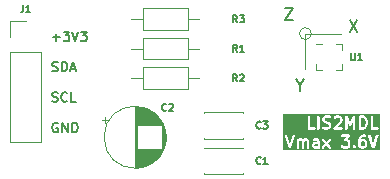
<source format=gbr>
%TF.GenerationSoftware,KiCad,Pcbnew,7.0.10*%
%TF.CreationDate,2024-05-09T00:22:21+08:00*%
%TF.ProjectId,pcb.rescue,7063622e-7265-4736-9375-652e6b696361,rev?*%
%TF.SameCoordinates,Original*%
%TF.FileFunction,Legend,Top*%
%TF.FilePolarity,Positive*%
%FSLAX46Y46*%
G04 Gerber Fmt 4.6, Leading zero omitted, Abs format (unit mm)*
G04 Created by KiCad (PCBNEW 7.0.10) date 2024-05-09 00:22:21*
%MOMM*%
%LPD*%
G01*
G04 APERTURE LIST*
%ADD10C,0.100000*%
%ADD11C,0.200000*%
%ADD12C,0.150000*%
%ADD13C,0.120000*%
G04 APERTURE END LIST*
D10*
X156680000Y-84227500D02*
X159680000Y-84227500D01*
X156680000Y-84227500D02*
X156680000Y-87227500D01*
X157180000Y-84227500D02*
G75*
G03*
X156180000Y-84227500I-500000J0D01*
G01*
X156180000Y-84227500D02*
G75*
G03*
X157180000Y-84227500I500000J0D01*
G01*
D11*
G36*
X157720802Y-93757796D02*
G01*
X157701957Y-93767219D01*
X157511076Y-93767219D01*
X157466766Y-93745064D01*
X157444612Y-93700754D01*
X157444612Y-93652730D01*
X157466767Y-93608420D01*
X157511076Y-93586266D01*
X157720802Y-93586266D01*
X157720802Y-93757796D01*
G37*
G36*
X161666328Y-93377976D02*
G01*
X161690997Y-93402644D01*
X161720802Y-93462254D01*
X161720802Y-93653135D01*
X161690997Y-93712743D01*
X161666328Y-93737413D01*
X161606719Y-93767219D01*
X161463457Y-93767219D01*
X161403847Y-93737414D01*
X161379180Y-93712746D01*
X161349374Y-93653134D01*
X161349374Y-93462254D01*
X161379179Y-93402644D01*
X161403847Y-93377975D01*
X161463457Y-93348171D01*
X161606719Y-93348171D01*
X161666328Y-93377976D01*
G37*
G36*
X161623925Y-91392240D02*
G01*
X161690998Y-91459313D01*
X161726450Y-91530218D01*
X161768421Y-91698099D01*
X161768421Y-91816337D01*
X161726450Y-91984218D01*
X161690997Y-92055124D01*
X161623926Y-92122197D01*
X161518861Y-92157219D01*
X161396993Y-92157219D01*
X161396993Y-91357219D01*
X161518861Y-91357219D01*
X161623925Y-91392240D01*
G37*
G36*
X163011378Y-94110076D02*
G01*
X154820703Y-94110076D01*
X154820703Y-92837040D01*
X154963560Y-92837040D01*
X154964030Y-92898842D01*
X155297363Y-93898841D01*
X155315273Y-93923104D01*
X155332840Y-93947672D01*
X155333594Y-93947923D01*
X155334068Y-93948565D01*
X155362833Y-93957670D01*
X155391472Y-93967217D01*
X155392232Y-93966976D01*
X155392990Y-93967216D01*
X155421568Y-93957689D01*
X155450394Y-93948565D01*
X155450867Y-93947923D01*
X155451622Y-93947672D01*
X155469176Y-93923120D01*
X155487099Y-93898842D01*
X155497640Y-93867219D01*
X155958898Y-93867219D01*
X155977996Y-93925998D01*
X156027996Y-93962325D01*
X156089800Y-93962325D01*
X156139800Y-93925998D01*
X156158898Y-93867219D01*
X156158898Y-93337211D01*
X156165752Y-93330356D01*
X156225362Y-93300552D01*
X156321005Y-93300552D01*
X156365314Y-93322707D01*
X156387469Y-93367016D01*
X156387469Y-93867219D01*
X156406567Y-93925998D01*
X156456567Y-93962325D01*
X156518371Y-93962325D01*
X156568371Y-93925998D01*
X156587469Y-93867219D01*
X156587469Y-93367016D01*
X156609624Y-93322706D01*
X156653933Y-93300552D01*
X156749576Y-93300552D01*
X156793886Y-93322706D01*
X156816041Y-93367016D01*
X156816041Y-93867219D01*
X156835139Y-93925998D01*
X156885139Y-93962325D01*
X156946943Y-93962325D01*
X156996943Y-93925998D01*
X157016041Y-93867219D01*
X157016041Y-93724361D01*
X157244612Y-93724361D01*
X157251735Y-93746284D01*
X157255169Y-93769082D01*
X157302788Y-93864321D01*
X157303346Y-93864887D01*
X157303477Y-93865674D01*
X157324962Y-93886835D01*
X157346156Y-93908354D01*
X157346943Y-93908484D01*
X157347510Y-93909043D01*
X157442747Y-93956662D01*
X157465545Y-93960095D01*
X157487469Y-93967219D01*
X157725564Y-93967219D01*
X157747487Y-93960095D01*
X157770285Y-93956662D01*
X157777286Y-93953161D01*
X157789900Y-93962325D01*
X157851704Y-93962325D01*
X157901704Y-93925998D01*
X157920802Y-93867219D01*
X157920802Y-93863455D01*
X158101825Y-93863455D01*
X158118698Y-93922911D01*
X158167295Y-93961095D01*
X158229055Y-93963421D01*
X158280387Y-93929001D01*
X158463659Y-93695744D01*
X158646932Y-93929001D01*
X158698264Y-93963421D01*
X158760024Y-93961095D01*
X158808621Y-93922911D01*
X158825494Y-93863455D01*
X158804196Y-93805437D01*
X158790199Y-93787622D01*
X159674414Y-93787622D01*
X159702473Y-93842690D01*
X159750091Y-93890310D01*
X159764534Y-93897669D01*
X159776082Y-93909043D01*
X159871319Y-93956662D01*
X159894117Y-93960095D01*
X159916041Y-93967219D01*
X160201755Y-93967219D01*
X160223678Y-93960095D01*
X160246476Y-93956662D01*
X160341714Y-93909043D01*
X160353262Y-93897668D01*
X160367704Y-93890310D01*
X160415323Y-93842690D01*
X160422680Y-93828249D01*
X160434055Y-93816701D01*
X160440427Y-93803958D01*
X160674414Y-93803958D01*
X160676892Y-93819602D01*
X160674415Y-93835243D01*
X160681604Y-93849353D01*
X160684083Y-93865000D01*
X160695283Y-93876199D01*
X160702473Y-93890311D01*
X160750092Y-93937929D01*
X160764203Y-93945119D01*
X160775404Y-93956320D01*
X160783373Y-93957582D01*
X160789901Y-93962325D01*
X160797970Y-93962325D01*
X160805159Y-93965988D01*
X160820802Y-93963510D01*
X160836446Y-93965988D01*
X160843635Y-93962325D01*
X160851705Y-93962325D01*
X160858233Y-93957582D01*
X160866202Y-93956320D01*
X160877401Y-93945120D01*
X160891514Y-93937930D01*
X160939132Y-93890311D01*
X160946321Y-93876200D01*
X160957523Y-93865000D01*
X160960000Y-93849354D01*
X160967191Y-93835244D01*
X160964713Y-93819600D01*
X160967191Y-93803958D01*
X160960000Y-93789846D01*
X160957523Y-93774201D01*
X160946322Y-93763000D01*
X160939133Y-93748890D01*
X160891514Y-93701270D01*
X160877401Y-93694079D01*
X160866201Y-93682879D01*
X160858233Y-93681617D01*
X160851705Y-93676874D01*
X160843636Y-93676874D01*
X160843377Y-93676742D01*
X161149374Y-93676742D01*
X161156497Y-93698665D01*
X161159931Y-93721463D01*
X161207550Y-93816701D01*
X161218923Y-93828248D01*
X161226282Y-93842690D01*
X161273900Y-93890310D01*
X161288343Y-93897669D01*
X161299891Y-93909043D01*
X161395128Y-93956662D01*
X161417926Y-93960095D01*
X161439850Y-93967219D01*
X161630326Y-93967219D01*
X161652249Y-93960095D01*
X161675047Y-93956662D01*
X161770285Y-93909043D01*
X161781833Y-93897668D01*
X161796275Y-93890310D01*
X161843894Y-93842690D01*
X161851251Y-93828249D01*
X161862626Y-93816701D01*
X161910245Y-93721464D01*
X161913678Y-93698665D01*
X161920802Y-93676742D01*
X161920802Y-93438647D01*
X161913678Y-93416723D01*
X161910245Y-93393925D01*
X161862626Y-93298688D01*
X161851251Y-93287139D01*
X161843893Y-93272698D01*
X161796275Y-93225079D01*
X161781832Y-93217720D01*
X161770285Y-93206347D01*
X161675047Y-93158728D01*
X161652249Y-93155294D01*
X161630326Y-93148171D01*
X161439850Y-93148171D01*
X161417926Y-93155294D01*
X161395128Y-93158728D01*
X161385515Y-93163534D01*
X161389806Y-93146372D01*
X161469942Y-93026167D01*
X161499085Y-92997023D01*
X161558695Y-92967219D01*
X161725564Y-92967219D01*
X161784343Y-92948121D01*
X161820670Y-92898121D01*
X161820670Y-92837040D01*
X162011179Y-92837040D01*
X162011649Y-92898842D01*
X162344982Y-93898841D01*
X162362892Y-93923104D01*
X162380459Y-93947672D01*
X162381213Y-93947923D01*
X162381687Y-93948565D01*
X162410452Y-93957670D01*
X162439091Y-93967217D01*
X162439851Y-93966976D01*
X162440609Y-93967216D01*
X162469187Y-93957689D01*
X162498013Y-93948565D01*
X162498486Y-93947923D01*
X162499241Y-93947672D01*
X162516795Y-93923120D01*
X162534718Y-93898842D01*
X162868051Y-92898842D01*
X162868521Y-92837040D01*
X162832574Y-92786766D01*
X162773942Y-92767222D01*
X162715020Y-92785873D01*
X162678315Y-92835597D01*
X162439850Y-93550991D01*
X162201385Y-92835596D01*
X162164680Y-92785873D01*
X162105758Y-92767221D01*
X162047126Y-92786766D01*
X162011179Y-92837040D01*
X161820670Y-92837040D01*
X161820670Y-92836317D01*
X161784343Y-92786317D01*
X161725564Y-92767219D01*
X161535088Y-92767219D01*
X161513164Y-92774342D01*
X161490366Y-92777776D01*
X161395129Y-92825395D01*
X161383580Y-92836769D01*
X161369139Y-92844128D01*
X161321520Y-92891746D01*
X161316940Y-92900734D01*
X161309026Y-92906987D01*
X161213788Y-93049844D01*
X161209124Y-93066444D01*
X161199979Y-93081061D01*
X161152360Y-93271536D01*
X161153220Y-93283952D01*
X161149374Y-93295790D01*
X161149374Y-93676742D01*
X160843377Y-93676742D01*
X160836447Y-93673211D01*
X160820802Y-93675688D01*
X160805159Y-93673211D01*
X160797970Y-93676874D01*
X160789901Y-93676874D01*
X160783374Y-93681615D01*
X160775405Y-93682878D01*
X160764203Y-93694079D01*
X160750091Y-93701270D01*
X160702473Y-93748890D01*
X160695282Y-93763001D01*
X160684083Y-93774201D01*
X160681605Y-93789844D01*
X160674414Y-93803958D01*
X160440427Y-93803958D01*
X160481674Y-93721464D01*
X160485107Y-93698665D01*
X160492231Y-93676742D01*
X160492231Y-93438647D01*
X160485107Y-93416723D01*
X160481674Y-93393925D01*
X160434055Y-93298688D01*
X160422680Y-93287139D01*
X160415322Y-93272698D01*
X160367704Y-93225079D01*
X160353261Y-93217720D01*
X160341714Y-93206347D01*
X160262866Y-93166923D01*
X160467489Y-92933069D01*
X160475450Y-92914481D01*
X160487337Y-92898121D01*
X160487337Y-92886729D01*
X160491822Y-92876258D01*
X160487337Y-92856538D01*
X160487337Y-92836317D01*
X160480641Y-92827101D01*
X160478115Y-92815993D01*
X160462895Y-92802675D01*
X160451010Y-92786317D01*
X160440176Y-92782797D01*
X160431603Y-92775295D01*
X160411460Y-92773467D01*
X160392231Y-92767219D01*
X159773184Y-92767219D01*
X159714405Y-92786317D01*
X159678078Y-92836317D01*
X159678078Y-92898121D01*
X159714405Y-92948121D01*
X159773184Y-92967219D01*
X160171854Y-92967219D01*
X159983640Y-93182321D01*
X159975678Y-93200908D01*
X159963792Y-93217269D01*
X159963792Y-93228660D01*
X159959307Y-93239132D01*
X159963792Y-93258850D01*
X159963792Y-93279073D01*
X159970487Y-93288288D01*
X159973014Y-93299396D01*
X159988232Y-93312712D01*
X160000119Y-93329073D01*
X160010952Y-93332592D01*
X160019526Y-93340095D01*
X160039668Y-93341922D01*
X160058898Y-93348171D01*
X160178148Y-93348171D01*
X160237757Y-93377976D01*
X160262426Y-93402644D01*
X160292231Y-93462254D01*
X160292231Y-93653135D01*
X160262426Y-93712743D01*
X160237757Y-93737413D01*
X160178148Y-93767219D01*
X159939648Y-93767219D01*
X159880038Y-93737414D01*
X159843895Y-93701270D01*
X159788828Y-93673211D01*
X159727786Y-93682878D01*
X159684083Y-93726580D01*
X159674414Y-93787622D01*
X158790199Y-93787622D01*
X158590834Y-93533885D01*
X158804196Y-93262334D01*
X158825494Y-93204316D01*
X158808621Y-93144860D01*
X158760024Y-93106676D01*
X158698264Y-93104350D01*
X158646932Y-93138770D01*
X158463659Y-93372026D01*
X158280387Y-93138770D01*
X158229055Y-93104350D01*
X158167295Y-93106676D01*
X158118698Y-93144860D01*
X158101825Y-93204316D01*
X158123123Y-93262334D01*
X158336484Y-93533885D01*
X158123123Y-93805437D01*
X158101825Y-93863455D01*
X157920802Y-93863455D01*
X157920802Y-93343409D01*
X157913678Y-93321485D01*
X157910245Y-93298687D01*
X157862626Y-93203450D01*
X157862067Y-93202883D01*
X157861937Y-93202097D01*
X157840434Y-93180919D01*
X157819257Y-93159417D01*
X157818470Y-93159286D01*
X157817904Y-93158728D01*
X157722666Y-93111109D01*
X157699868Y-93107675D01*
X157677945Y-93100552D01*
X157487469Y-93100552D01*
X157465545Y-93107675D01*
X157442747Y-93111109D01*
X157347510Y-93158728D01*
X157303477Y-93202097D01*
X157293346Y-93263064D01*
X157320985Y-93318343D01*
X157375838Y-93346819D01*
X157436952Y-93337614D01*
X157511076Y-93300552D01*
X157654338Y-93300552D01*
X157698647Y-93322707D01*
X157720802Y-93367016D01*
X157720802Y-93376843D01*
X157701957Y-93386266D01*
X157487469Y-93386266D01*
X157465545Y-93393389D01*
X157442747Y-93396823D01*
X157347510Y-93444442D01*
X157346943Y-93445000D01*
X157346157Y-93445131D01*
X157324979Y-93466633D01*
X157303477Y-93487811D01*
X157303346Y-93488597D01*
X157302788Y-93489164D01*
X157255169Y-93584402D01*
X157251735Y-93607199D01*
X157244612Y-93629123D01*
X157244612Y-93724361D01*
X157016041Y-93724361D01*
X157016041Y-93343409D01*
X157008917Y-93321485D01*
X157005484Y-93298687D01*
X156957865Y-93203450D01*
X156957306Y-93202883D01*
X156957176Y-93202096D01*
X156935657Y-93180902D01*
X156914496Y-93159417D01*
X156913709Y-93159286D01*
X156913143Y-93158728D01*
X156817904Y-93111109D01*
X156795106Y-93107675D01*
X156773183Y-93100552D01*
X156630326Y-93100552D01*
X156608402Y-93107675D01*
X156585604Y-93111109D01*
X156490367Y-93158728D01*
X156489800Y-93159286D01*
X156489014Y-93159417D01*
X156487469Y-93160985D01*
X156485924Y-93159417D01*
X156485137Y-93159286D01*
X156484571Y-93158728D01*
X156389333Y-93111109D01*
X156366535Y-93107675D01*
X156344612Y-93100552D01*
X156201755Y-93100552D01*
X156179831Y-93107675D01*
X156157033Y-93111109D01*
X156121824Y-93128713D01*
X156089800Y-93105446D01*
X156027996Y-93105446D01*
X155977996Y-93141773D01*
X155958898Y-93200552D01*
X155958898Y-93867219D01*
X155497640Y-93867219D01*
X155820432Y-92898842D01*
X155820902Y-92837040D01*
X155784955Y-92786766D01*
X155726323Y-92767222D01*
X155667401Y-92785873D01*
X155630696Y-92835597D01*
X155392231Y-93550991D01*
X155153766Y-92835596D01*
X155117061Y-92785873D01*
X155058139Y-92767221D01*
X154999507Y-92786766D01*
X154963560Y-92837040D01*
X154820703Y-92837040D01*
X154820703Y-92257219D01*
X156863660Y-92257219D01*
X156868554Y-92272281D01*
X156868554Y-92288121D01*
X156877863Y-92300934D01*
X156882758Y-92315998D01*
X156895571Y-92325307D01*
X156904881Y-92338121D01*
X156919944Y-92343015D01*
X156932758Y-92352325D01*
X156948597Y-92352325D01*
X156963660Y-92357219D01*
X157439850Y-92357219D01*
X157498629Y-92338121D01*
X157534956Y-92288121D01*
X157534956Y-92257219D01*
X157673184Y-92257219D01*
X157692282Y-92315998D01*
X157742282Y-92352325D01*
X157804086Y-92352325D01*
X157854086Y-92315998D01*
X157873184Y-92257219D01*
X157873184Y-91542933D01*
X158101755Y-91542933D01*
X158108878Y-91564856D01*
X158112312Y-91587654D01*
X158159931Y-91682892D01*
X158171304Y-91694439D01*
X158178663Y-91708882D01*
X158226282Y-91756500D01*
X158240723Y-91763858D01*
X158252272Y-91775233D01*
X158347509Y-91822852D01*
X158358530Y-91824512D01*
X158367977Y-91830423D01*
X158547802Y-91875379D01*
X158618709Y-91910833D01*
X158643378Y-91935501D01*
X158673183Y-91995111D01*
X158673183Y-92043135D01*
X158643378Y-92102743D01*
X158618709Y-92127413D01*
X158559100Y-92157219D01*
X158360838Y-92157219D01*
X158233378Y-92114732D01*
X158171576Y-92114262D01*
X158121302Y-92150209D01*
X158101757Y-92208841D01*
X158120409Y-92267763D01*
X158170132Y-92304468D01*
X158312989Y-92352087D01*
X158329196Y-92352210D01*
X158344612Y-92357219D01*
X158582707Y-92357219D01*
X158604630Y-92350095D01*
X158627428Y-92346662D01*
X158722666Y-92299043D01*
X158734214Y-92287668D01*
X158748656Y-92280310D01*
X158787389Y-92241576D01*
X159007748Y-92241576D01*
X159011411Y-92264703D01*
X159011411Y-92288121D01*
X159016153Y-92294648D01*
X159017416Y-92302618D01*
X159033972Y-92319174D01*
X159047738Y-92338121D01*
X159055412Y-92340614D01*
X159061118Y-92346320D01*
X159084247Y-92349983D01*
X159106517Y-92357219D01*
X159725564Y-92357219D01*
X159784343Y-92338121D01*
X159820670Y-92288121D01*
X159820670Y-92257219D01*
X160054136Y-92257219D01*
X160073234Y-92315998D01*
X160123234Y-92352325D01*
X160185038Y-92352325D01*
X160235038Y-92315998D01*
X160254136Y-92257219D01*
X160254136Y-91707975D01*
X160396851Y-92013793D01*
X160409945Y-92027826D01*
X160419247Y-92044619D01*
X160430523Y-92049881D01*
X160439014Y-92058981D01*
X160457861Y-92062638D01*
X160475253Y-92070755D01*
X160487466Y-92068384D01*
X160499685Y-92070756D01*
X160517081Y-92062637D01*
X160535924Y-92058981D01*
X160544412Y-92049883D01*
X160555691Y-92044620D01*
X160564994Y-92027825D01*
X160578087Y-92013793D01*
X160720802Y-91707974D01*
X160720802Y-92257219D01*
X160739900Y-92315998D01*
X160789900Y-92352325D01*
X160851704Y-92352325D01*
X160901704Y-92315998D01*
X160920802Y-92257219D01*
X161196993Y-92257219D01*
X161201887Y-92272281D01*
X161201887Y-92288121D01*
X161211196Y-92300934D01*
X161216091Y-92315998D01*
X161228904Y-92325307D01*
X161238214Y-92338121D01*
X161253277Y-92343015D01*
X161266091Y-92352325D01*
X161281930Y-92352325D01*
X161296993Y-92357219D01*
X161535088Y-92357219D01*
X161550503Y-92352210D01*
X161566711Y-92352087D01*
X161709567Y-92304468D01*
X161728114Y-92290776D01*
X161748656Y-92280310D01*
X161771747Y-92257219D01*
X162196993Y-92257219D01*
X162201887Y-92272281D01*
X162201887Y-92288121D01*
X162211196Y-92300934D01*
X162216091Y-92315998D01*
X162228904Y-92325307D01*
X162238214Y-92338121D01*
X162253277Y-92343015D01*
X162266091Y-92352325D01*
X162281930Y-92352325D01*
X162296993Y-92357219D01*
X162773183Y-92357219D01*
X162831962Y-92338121D01*
X162868289Y-92288121D01*
X162868289Y-92226317D01*
X162831962Y-92176317D01*
X162773183Y-92157219D01*
X162396993Y-92157219D01*
X162396993Y-91257219D01*
X162377895Y-91198440D01*
X162327895Y-91162113D01*
X162266091Y-91162113D01*
X162216091Y-91198440D01*
X162196993Y-91257219D01*
X162196993Y-92257219D01*
X161771747Y-92257219D01*
X161843894Y-92185071D01*
X161851252Y-92170629D01*
X161862626Y-92159082D01*
X161910245Y-92063845D01*
X161911905Y-92052823D01*
X161917816Y-92043377D01*
X161965435Y-91852901D01*
X161964574Y-91840484D01*
X161968421Y-91828647D01*
X161968421Y-91685790D01*
X161964574Y-91673952D01*
X161965435Y-91661536D01*
X161917816Y-91471060D01*
X161911905Y-91461613D01*
X161910245Y-91450592D01*
X161862626Y-91355355D01*
X161851252Y-91343807D01*
X161843894Y-91329365D01*
X161748656Y-91234127D01*
X161728112Y-91223659D01*
X161709567Y-91209970D01*
X161566711Y-91162351D01*
X161550503Y-91162227D01*
X161535088Y-91157219D01*
X161296993Y-91157219D01*
X161281930Y-91162113D01*
X161266091Y-91162113D01*
X161253277Y-91171422D01*
X161238214Y-91176317D01*
X161228904Y-91189130D01*
X161216091Y-91198440D01*
X161211196Y-91213503D01*
X161201887Y-91226317D01*
X161201887Y-91242156D01*
X161196993Y-91257219D01*
X161196993Y-92257219D01*
X160920802Y-92257219D01*
X160920802Y-91257219D01*
X160917773Y-91247896D01*
X160918971Y-91238166D01*
X160908426Y-91219129D01*
X160901704Y-91198440D01*
X160893774Y-91192678D01*
X160889024Y-91184103D01*
X160869305Y-91174900D01*
X160851704Y-91162113D01*
X160841902Y-91162113D01*
X160833018Y-91157967D01*
X160811656Y-91162113D01*
X160789900Y-91162113D01*
X160781970Y-91167874D01*
X160772347Y-91169742D01*
X160757503Y-91185650D01*
X160739900Y-91198440D01*
X160736870Y-91207763D01*
X160730184Y-91214930D01*
X160487468Y-91735033D01*
X160244754Y-91214930D01*
X160238067Y-91207763D01*
X160235038Y-91198440D01*
X160217434Y-91185650D01*
X160202591Y-91169742D01*
X160192968Y-91167874D01*
X160185038Y-91162113D01*
X160163279Y-91162113D01*
X160141920Y-91157968D01*
X160133038Y-91162113D01*
X160123234Y-91162113D01*
X160105629Y-91174903D01*
X160085914Y-91184104D01*
X160081164Y-91192678D01*
X160073234Y-91198440D01*
X160066510Y-91219132D01*
X160055967Y-91238167D01*
X160057164Y-91247897D01*
X160054136Y-91257219D01*
X160054136Y-92257219D01*
X159820670Y-92257219D01*
X159820670Y-92226317D01*
X159784343Y-92176317D01*
X159725564Y-92157219D01*
X159347939Y-92157219D01*
X159748656Y-91756501D01*
X159759122Y-91735959D01*
X159772813Y-91717413D01*
X159820432Y-91574556D01*
X159820555Y-91558348D01*
X159825564Y-91542933D01*
X159825564Y-91447695D01*
X159818440Y-91425771D01*
X159815007Y-91402973D01*
X159767388Y-91307736D01*
X159756013Y-91296187D01*
X159748655Y-91281746D01*
X159701037Y-91234127D01*
X159686594Y-91226768D01*
X159675047Y-91215395D01*
X159579809Y-91167776D01*
X159557011Y-91164342D01*
X159535088Y-91157219D01*
X159296993Y-91157219D01*
X159275069Y-91164342D01*
X159252271Y-91167776D01*
X159157034Y-91215395D01*
X159145485Y-91226769D01*
X159131044Y-91234128D01*
X159083425Y-91281746D01*
X159055367Y-91336814D01*
X159065035Y-91397856D01*
X159108737Y-91441558D01*
X159169779Y-91451226D01*
X159224847Y-91423168D01*
X159260990Y-91387023D01*
X159320600Y-91357219D01*
X159511481Y-91357219D01*
X159571090Y-91387024D01*
X159595759Y-91411692D01*
X159625564Y-91471302D01*
X159625564Y-91526706D01*
X159590542Y-91631770D01*
X159035806Y-92186508D01*
X159025175Y-92207371D01*
X159011411Y-92226317D01*
X159011411Y-92234386D01*
X159007748Y-92241576D01*
X158787389Y-92241576D01*
X158796275Y-92232690D01*
X158803632Y-92218249D01*
X158815007Y-92206701D01*
X158862626Y-92111464D01*
X158866059Y-92088665D01*
X158873183Y-92066742D01*
X158873183Y-91971504D01*
X158866059Y-91949580D01*
X158862626Y-91926782D01*
X158815007Y-91831545D01*
X158803632Y-91819996D01*
X158796274Y-91805555D01*
X158748656Y-91757936D01*
X158734213Y-91750577D01*
X158722666Y-91739204D01*
X158627428Y-91691585D01*
X158616406Y-91689924D01*
X158606960Y-91684014D01*
X158427135Y-91639057D01*
X158356228Y-91603604D01*
X158331560Y-91578935D01*
X158301755Y-91519325D01*
X158301755Y-91471302D01*
X158331560Y-91411692D01*
X158356228Y-91387023D01*
X158415838Y-91357219D01*
X158614099Y-91357219D01*
X158741560Y-91399706D01*
X158803362Y-91400176D01*
X158853636Y-91364229D01*
X158873180Y-91305597D01*
X158854529Y-91246675D01*
X158804805Y-91209970D01*
X158661949Y-91162351D01*
X158645741Y-91162227D01*
X158630326Y-91157219D01*
X158392231Y-91157219D01*
X158370307Y-91164342D01*
X158347509Y-91167776D01*
X158252272Y-91215395D01*
X158240723Y-91226769D01*
X158226282Y-91234128D01*
X158178663Y-91281746D01*
X158171304Y-91296188D01*
X158159931Y-91307736D01*
X158112312Y-91402974D01*
X158108878Y-91425771D01*
X158101755Y-91447695D01*
X158101755Y-91542933D01*
X157873184Y-91542933D01*
X157873184Y-91257219D01*
X157854086Y-91198440D01*
X157804086Y-91162113D01*
X157742282Y-91162113D01*
X157692282Y-91198440D01*
X157673184Y-91257219D01*
X157673184Y-92257219D01*
X157534956Y-92257219D01*
X157534956Y-92226317D01*
X157498629Y-92176317D01*
X157439850Y-92157219D01*
X157063660Y-92157219D01*
X157063660Y-91257219D01*
X157044562Y-91198440D01*
X156994562Y-91162113D01*
X156932758Y-91162113D01*
X156882758Y-91198440D01*
X156863660Y-91257219D01*
X156863660Y-92257219D01*
X154820703Y-92257219D01*
X154820703Y-91014362D01*
X163011378Y-91014362D01*
X163011378Y-94110076D01*
G37*
D12*
X135289160Y-84551533D02*
X135898684Y-84551533D01*
X135593922Y-84856295D02*
X135593922Y-84246771D01*
X136203445Y-84056295D02*
X136698683Y-84056295D01*
X136698683Y-84056295D02*
X136432017Y-84361057D01*
X136432017Y-84361057D02*
X136546302Y-84361057D01*
X136546302Y-84361057D02*
X136622493Y-84399152D01*
X136622493Y-84399152D02*
X136660588Y-84437247D01*
X136660588Y-84437247D02*
X136698683Y-84513438D01*
X136698683Y-84513438D02*
X136698683Y-84703914D01*
X136698683Y-84703914D02*
X136660588Y-84780104D01*
X136660588Y-84780104D02*
X136622493Y-84818200D01*
X136622493Y-84818200D02*
X136546302Y-84856295D01*
X136546302Y-84856295D02*
X136317731Y-84856295D01*
X136317731Y-84856295D02*
X136241540Y-84818200D01*
X136241540Y-84818200D02*
X136203445Y-84780104D01*
X136927255Y-84056295D02*
X137193922Y-84856295D01*
X137193922Y-84856295D02*
X137460588Y-84056295D01*
X137651064Y-84056295D02*
X138146302Y-84056295D01*
X138146302Y-84056295D02*
X137879636Y-84361057D01*
X137879636Y-84361057D02*
X137993921Y-84361057D01*
X137993921Y-84361057D02*
X138070112Y-84399152D01*
X138070112Y-84399152D02*
X138108207Y-84437247D01*
X138108207Y-84437247D02*
X138146302Y-84513438D01*
X138146302Y-84513438D02*
X138146302Y-84703914D01*
X138146302Y-84703914D02*
X138108207Y-84780104D01*
X138108207Y-84780104D02*
X138070112Y-84818200D01*
X138070112Y-84818200D02*
X137993921Y-84856295D01*
X137993921Y-84856295D02*
X137765350Y-84856295D01*
X137765350Y-84856295D02*
X137689159Y-84818200D01*
X137689159Y-84818200D02*
X137651064Y-84780104D01*
X135251064Y-87394200D02*
X135365350Y-87432295D01*
X135365350Y-87432295D02*
X135555826Y-87432295D01*
X135555826Y-87432295D02*
X135632017Y-87394200D01*
X135632017Y-87394200D02*
X135670112Y-87356104D01*
X135670112Y-87356104D02*
X135708207Y-87279914D01*
X135708207Y-87279914D02*
X135708207Y-87203723D01*
X135708207Y-87203723D02*
X135670112Y-87127533D01*
X135670112Y-87127533D02*
X135632017Y-87089438D01*
X135632017Y-87089438D02*
X135555826Y-87051342D01*
X135555826Y-87051342D02*
X135403445Y-87013247D01*
X135403445Y-87013247D02*
X135327255Y-86975152D01*
X135327255Y-86975152D02*
X135289160Y-86937057D01*
X135289160Y-86937057D02*
X135251064Y-86860866D01*
X135251064Y-86860866D02*
X135251064Y-86784676D01*
X135251064Y-86784676D02*
X135289160Y-86708485D01*
X135289160Y-86708485D02*
X135327255Y-86670390D01*
X135327255Y-86670390D02*
X135403445Y-86632295D01*
X135403445Y-86632295D02*
X135593922Y-86632295D01*
X135593922Y-86632295D02*
X135708207Y-86670390D01*
X136051065Y-87432295D02*
X136051065Y-86632295D01*
X136051065Y-86632295D02*
X136241541Y-86632295D01*
X136241541Y-86632295D02*
X136355827Y-86670390D01*
X136355827Y-86670390D02*
X136432017Y-86746580D01*
X136432017Y-86746580D02*
X136470112Y-86822771D01*
X136470112Y-86822771D02*
X136508208Y-86975152D01*
X136508208Y-86975152D02*
X136508208Y-87089438D01*
X136508208Y-87089438D02*
X136470112Y-87241819D01*
X136470112Y-87241819D02*
X136432017Y-87318009D01*
X136432017Y-87318009D02*
X136355827Y-87394200D01*
X136355827Y-87394200D02*
X136241541Y-87432295D01*
X136241541Y-87432295D02*
X136051065Y-87432295D01*
X136812969Y-87203723D02*
X137193922Y-87203723D01*
X136736779Y-87432295D02*
X137003446Y-86632295D01*
X137003446Y-86632295D02*
X137270112Y-87432295D01*
X135251064Y-89970200D02*
X135365350Y-90008295D01*
X135365350Y-90008295D02*
X135555826Y-90008295D01*
X135555826Y-90008295D02*
X135632017Y-89970200D01*
X135632017Y-89970200D02*
X135670112Y-89932104D01*
X135670112Y-89932104D02*
X135708207Y-89855914D01*
X135708207Y-89855914D02*
X135708207Y-89779723D01*
X135708207Y-89779723D02*
X135670112Y-89703533D01*
X135670112Y-89703533D02*
X135632017Y-89665438D01*
X135632017Y-89665438D02*
X135555826Y-89627342D01*
X135555826Y-89627342D02*
X135403445Y-89589247D01*
X135403445Y-89589247D02*
X135327255Y-89551152D01*
X135327255Y-89551152D02*
X135289160Y-89513057D01*
X135289160Y-89513057D02*
X135251064Y-89436866D01*
X135251064Y-89436866D02*
X135251064Y-89360676D01*
X135251064Y-89360676D02*
X135289160Y-89284485D01*
X135289160Y-89284485D02*
X135327255Y-89246390D01*
X135327255Y-89246390D02*
X135403445Y-89208295D01*
X135403445Y-89208295D02*
X135593922Y-89208295D01*
X135593922Y-89208295D02*
X135708207Y-89246390D01*
X136508208Y-89932104D02*
X136470112Y-89970200D01*
X136470112Y-89970200D02*
X136355827Y-90008295D01*
X136355827Y-90008295D02*
X136279636Y-90008295D01*
X136279636Y-90008295D02*
X136165350Y-89970200D01*
X136165350Y-89970200D02*
X136089160Y-89894009D01*
X136089160Y-89894009D02*
X136051065Y-89817819D01*
X136051065Y-89817819D02*
X136012969Y-89665438D01*
X136012969Y-89665438D02*
X136012969Y-89551152D01*
X136012969Y-89551152D02*
X136051065Y-89398771D01*
X136051065Y-89398771D02*
X136089160Y-89322580D01*
X136089160Y-89322580D02*
X136165350Y-89246390D01*
X136165350Y-89246390D02*
X136279636Y-89208295D01*
X136279636Y-89208295D02*
X136355827Y-89208295D01*
X136355827Y-89208295D02*
X136470112Y-89246390D01*
X136470112Y-89246390D02*
X136508208Y-89284485D01*
X137232017Y-90008295D02*
X136851065Y-90008295D01*
X136851065Y-90008295D02*
X136851065Y-89208295D01*
X135708207Y-91822390D02*
X135632017Y-91784295D01*
X135632017Y-91784295D02*
X135517731Y-91784295D01*
X135517731Y-91784295D02*
X135403445Y-91822390D01*
X135403445Y-91822390D02*
X135327255Y-91898580D01*
X135327255Y-91898580D02*
X135289160Y-91974771D01*
X135289160Y-91974771D02*
X135251064Y-92127152D01*
X135251064Y-92127152D02*
X135251064Y-92241438D01*
X135251064Y-92241438D02*
X135289160Y-92393819D01*
X135289160Y-92393819D02*
X135327255Y-92470009D01*
X135327255Y-92470009D02*
X135403445Y-92546200D01*
X135403445Y-92546200D02*
X135517731Y-92584295D01*
X135517731Y-92584295D02*
X135593922Y-92584295D01*
X135593922Y-92584295D02*
X135708207Y-92546200D01*
X135708207Y-92546200D02*
X135746303Y-92508104D01*
X135746303Y-92508104D02*
X135746303Y-92241438D01*
X135746303Y-92241438D02*
X135593922Y-92241438D01*
X136089160Y-92584295D02*
X136089160Y-91784295D01*
X136089160Y-91784295D02*
X136546303Y-92584295D01*
X136546303Y-92584295D02*
X136546303Y-91784295D01*
X136927255Y-92584295D02*
X136927255Y-91784295D01*
X136927255Y-91784295D02*
X137117731Y-91784295D01*
X137117731Y-91784295D02*
X137232017Y-91822390D01*
X137232017Y-91822390D02*
X137308207Y-91898580D01*
X137308207Y-91898580D02*
X137346302Y-91974771D01*
X137346302Y-91974771D02*
X137384398Y-92127152D01*
X137384398Y-92127152D02*
X137384398Y-92241438D01*
X137384398Y-92241438D02*
X137346302Y-92393819D01*
X137346302Y-92393819D02*
X137308207Y-92470009D01*
X137308207Y-92470009D02*
X137232017Y-92546200D01*
X137232017Y-92546200D02*
X137117731Y-92584295D01*
X137117731Y-92584295D02*
X136927255Y-92584295D01*
X160421541Y-83097319D02*
X161088207Y-84097319D01*
X161088207Y-83097319D02*
X160421541Y-84097319D01*
X156207255Y-88621128D02*
X156207255Y-89097319D01*
X155873922Y-88097319D02*
X156207255Y-88621128D01*
X156207255Y-88621128D02*
X156540588Y-88097319D01*
X154921541Y-82097319D02*
X155588207Y-82097319D01*
X155588207Y-82097319D02*
X154921541Y-83097319D01*
X154921541Y-83097319D02*
X155588207Y-83097319D01*
X150900000Y-83269771D02*
X150700000Y-82984057D01*
X150557143Y-83269771D02*
X150557143Y-82669771D01*
X150557143Y-82669771D02*
X150785714Y-82669771D01*
X150785714Y-82669771D02*
X150842857Y-82698342D01*
X150842857Y-82698342D02*
X150871428Y-82726914D01*
X150871428Y-82726914D02*
X150900000Y-82784057D01*
X150900000Y-82784057D02*
X150900000Y-82869771D01*
X150900000Y-82869771D02*
X150871428Y-82926914D01*
X150871428Y-82926914D02*
X150842857Y-82955485D01*
X150842857Y-82955485D02*
X150785714Y-82984057D01*
X150785714Y-82984057D02*
X150557143Y-82984057D01*
X151100000Y-82669771D02*
X151471428Y-82669771D01*
X151471428Y-82669771D02*
X151271428Y-82898342D01*
X151271428Y-82898342D02*
X151357143Y-82898342D01*
X151357143Y-82898342D02*
X151414286Y-82926914D01*
X151414286Y-82926914D02*
X151442857Y-82955485D01*
X151442857Y-82955485D02*
X151471428Y-83012628D01*
X151471428Y-83012628D02*
X151471428Y-83155485D01*
X151471428Y-83155485D02*
X151442857Y-83212628D01*
X151442857Y-83212628D02*
X151414286Y-83241200D01*
X151414286Y-83241200D02*
X151357143Y-83269771D01*
X151357143Y-83269771D02*
X151185714Y-83269771D01*
X151185714Y-83269771D02*
X151128571Y-83241200D01*
X151128571Y-83241200D02*
X151100000Y-83212628D01*
X152900000Y-95212628D02*
X152871428Y-95241200D01*
X152871428Y-95241200D02*
X152785714Y-95269771D01*
X152785714Y-95269771D02*
X152728571Y-95269771D01*
X152728571Y-95269771D02*
X152642857Y-95241200D01*
X152642857Y-95241200D02*
X152585714Y-95184057D01*
X152585714Y-95184057D02*
X152557143Y-95126914D01*
X152557143Y-95126914D02*
X152528571Y-95012628D01*
X152528571Y-95012628D02*
X152528571Y-94926914D01*
X152528571Y-94926914D02*
X152557143Y-94812628D01*
X152557143Y-94812628D02*
X152585714Y-94755485D01*
X152585714Y-94755485D02*
X152642857Y-94698342D01*
X152642857Y-94698342D02*
X152728571Y-94669771D01*
X152728571Y-94669771D02*
X152785714Y-94669771D01*
X152785714Y-94669771D02*
X152871428Y-94698342D01*
X152871428Y-94698342D02*
X152900000Y-94726914D01*
X153471428Y-95269771D02*
X153128571Y-95269771D01*
X153300000Y-95269771D02*
X153300000Y-94669771D01*
X153300000Y-94669771D02*
X153242857Y-94755485D01*
X153242857Y-94755485D02*
X153185714Y-94812628D01*
X153185714Y-94812628D02*
X153128571Y-94841200D01*
X150900000Y-88269771D02*
X150700000Y-87984057D01*
X150557143Y-88269771D02*
X150557143Y-87669771D01*
X150557143Y-87669771D02*
X150785714Y-87669771D01*
X150785714Y-87669771D02*
X150842857Y-87698342D01*
X150842857Y-87698342D02*
X150871428Y-87726914D01*
X150871428Y-87726914D02*
X150900000Y-87784057D01*
X150900000Y-87784057D02*
X150900000Y-87869771D01*
X150900000Y-87869771D02*
X150871428Y-87926914D01*
X150871428Y-87926914D02*
X150842857Y-87955485D01*
X150842857Y-87955485D02*
X150785714Y-87984057D01*
X150785714Y-87984057D02*
X150557143Y-87984057D01*
X151128571Y-87726914D02*
X151157143Y-87698342D01*
X151157143Y-87698342D02*
X151214286Y-87669771D01*
X151214286Y-87669771D02*
X151357143Y-87669771D01*
X151357143Y-87669771D02*
X151414286Y-87698342D01*
X151414286Y-87698342D02*
X151442857Y-87726914D01*
X151442857Y-87726914D02*
X151471428Y-87784057D01*
X151471428Y-87784057D02*
X151471428Y-87841200D01*
X151471428Y-87841200D02*
X151442857Y-87926914D01*
X151442857Y-87926914D02*
X151100000Y-88269771D01*
X151100000Y-88269771D02*
X151471428Y-88269771D01*
X152900000Y-92212628D02*
X152871428Y-92241200D01*
X152871428Y-92241200D02*
X152785714Y-92269771D01*
X152785714Y-92269771D02*
X152728571Y-92269771D01*
X152728571Y-92269771D02*
X152642857Y-92241200D01*
X152642857Y-92241200D02*
X152585714Y-92184057D01*
X152585714Y-92184057D02*
X152557143Y-92126914D01*
X152557143Y-92126914D02*
X152528571Y-92012628D01*
X152528571Y-92012628D02*
X152528571Y-91926914D01*
X152528571Y-91926914D02*
X152557143Y-91812628D01*
X152557143Y-91812628D02*
X152585714Y-91755485D01*
X152585714Y-91755485D02*
X152642857Y-91698342D01*
X152642857Y-91698342D02*
X152728571Y-91669771D01*
X152728571Y-91669771D02*
X152785714Y-91669771D01*
X152785714Y-91669771D02*
X152871428Y-91698342D01*
X152871428Y-91698342D02*
X152900000Y-91726914D01*
X153100000Y-91669771D02*
X153471428Y-91669771D01*
X153471428Y-91669771D02*
X153271428Y-91898342D01*
X153271428Y-91898342D02*
X153357143Y-91898342D01*
X153357143Y-91898342D02*
X153414286Y-91926914D01*
X153414286Y-91926914D02*
X153442857Y-91955485D01*
X153442857Y-91955485D02*
X153471428Y-92012628D01*
X153471428Y-92012628D02*
X153471428Y-92155485D01*
X153471428Y-92155485D02*
X153442857Y-92212628D01*
X153442857Y-92212628D02*
X153414286Y-92241200D01*
X153414286Y-92241200D02*
X153357143Y-92269771D01*
X153357143Y-92269771D02*
X153185714Y-92269771D01*
X153185714Y-92269771D02*
X153128571Y-92241200D01*
X153128571Y-92241200D02*
X153100000Y-92212628D01*
X160542857Y-85897271D02*
X160542857Y-86382985D01*
X160542857Y-86382985D02*
X160571428Y-86440128D01*
X160571428Y-86440128D02*
X160600000Y-86468700D01*
X160600000Y-86468700D02*
X160657142Y-86497271D01*
X160657142Y-86497271D02*
X160771428Y-86497271D01*
X160771428Y-86497271D02*
X160828571Y-86468700D01*
X160828571Y-86468700D02*
X160857142Y-86440128D01*
X160857142Y-86440128D02*
X160885714Y-86382985D01*
X160885714Y-86382985D02*
X160885714Y-85897271D01*
X161485713Y-86497271D02*
X161142856Y-86497271D01*
X161314285Y-86497271D02*
X161314285Y-85897271D01*
X161314285Y-85897271D02*
X161257142Y-85982985D01*
X161257142Y-85982985D02*
X161199999Y-86040128D01*
X161199999Y-86040128D02*
X161142856Y-86068700D01*
X144900000Y-90712628D02*
X144871428Y-90741200D01*
X144871428Y-90741200D02*
X144785714Y-90769771D01*
X144785714Y-90769771D02*
X144728571Y-90769771D01*
X144728571Y-90769771D02*
X144642857Y-90741200D01*
X144642857Y-90741200D02*
X144585714Y-90684057D01*
X144585714Y-90684057D02*
X144557143Y-90626914D01*
X144557143Y-90626914D02*
X144528571Y-90512628D01*
X144528571Y-90512628D02*
X144528571Y-90426914D01*
X144528571Y-90426914D02*
X144557143Y-90312628D01*
X144557143Y-90312628D02*
X144585714Y-90255485D01*
X144585714Y-90255485D02*
X144642857Y-90198342D01*
X144642857Y-90198342D02*
X144728571Y-90169771D01*
X144728571Y-90169771D02*
X144785714Y-90169771D01*
X144785714Y-90169771D02*
X144871428Y-90198342D01*
X144871428Y-90198342D02*
X144900000Y-90226914D01*
X145128571Y-90226914D02*
X145157143Y-90198342D01*
X145157143Y-90198342D02*
X145214286Y-90169771D01*
X145214286Y-90169771D02*
X145357143Y-90169771D01*
X145357143Y-90169771D02*
X145414286Y-90198342D01*
X145414286Y-90198342D02*
X145442857Y-90226914D01*
X145442857Y-90226914D02*
X145471428Y-90284057D01*
X145471428Y-90284057D02*
X145471428Y-90341200D01*
X145471428Y-90341200D02*
X145442857Y-90426914D01*
X145442857Y-90426914D02*
X145100000Y-90769771D01*
X145100000Y-90769771D02*
X145471428Y-90769771D01*
X150900000Y-85769771D02*
X150700000Y-85484057D01*
X150557143Y-85769771D02*
X150557143Y-85169771D01*
X150557143Y-85169771D02*
X150785714Y-85169771D01*
X150785714Y-85169771D02*
X150842857Y-85198342D01*
X150842857Y-85198342D02*
X150871428Y-85226914D01*
X150871428Y-85226914D02*
X150900000Y-85284057D01*
X150900000Y-85284057D02*
X150900000Y-85369771D01*
X150900000Y-85369771D02*
X150871428Y-85426914D01*
X150871428Y-85426914D02*
X150842857Y-85455485D01*
X150842857Y-85455485D02*
X150785714Y-85484057D01*
X150785714Y-85484057D02*
X150557143Y-85484057D01*
X151471428Y-85769771D02*
X151128571Y-85769771D01*
X151300000Y-85769771D02*
X151300000Y-85169771D01*
X151300000Y-85169771D02*
X151242857Y-85255485D01*
X151242857Y-85255485D02*
X151185714Y-85312628D01*
X151185714Y-85312628D02*
X151128571Y-85341200D01*
X132799999Y-81839771D02*
X132799999Y-82268342D01*
X132799999Y-82268342D02*
X132771428Y-82354057D01*
X132771428Y-82354057D02*
X132714285Y-82411200D01*
X132714285Y-82411200D02*
X132628571Y-82439771D01*
X132628571Y-82439771D02*
X132571428Y-82439771D01*
X133399999Y-82439771D02*
X133057142Y-82439771D01*
X133228571Y-82439771D02*
X133228571Y-81839771D01*
X133228571Y-81839771D02*
X133171428Y-81925485D01*
X133171428Y-81925485D02*
X133114285Y-81982628D01*
X133114285Y-81982628D02*
X133057142Y-82011200D01*
D13*
%TO.C,R3*%
X141940000Y-83000000D02*
X142890000Y-83000000D01*
X142890000Y-82080000D02*
X142890000Y-83920000D01*
X142890000Y-83920000D02*
X146730000Y-83920000D01*
X146730000Y-82080000D02*
X142890000Y-82080000D01*
X146730000Y-83920000D02*
X146730000Y-82080000D01*
X147680000Y-83000000D02*
X146730000Y-83000000D01*
%TO.C,C1*%
X151370000Y-96120000D02*
X151370000Y-96055000D01*
X151370000Y-96120000D02*
X148130000Y-96120000D01*
X151370000Y-93945000D02*
X151370000Y-93880000D01*
X151370000Y-93880000D02*
X148130000Y-93880000D01*
X148130000Y-96120000D02*
X148130000Y-96055000D01*
X148130000Y-93945000D02*
X148130000Y-93880000D01*
%TO.C,R2*%
X141940000Y-88000000D02*
X142890000Y-88000000D01*
X142890000Y-87080000D02*
X142890000Y-88920000D01*
X142890000Y-88920000D02*
X146730000Y-88920000D01*
X146730000Y-87080000D02*
X142890000Y-87080000D01*
X146730000Y-88920000D02*
X146730000Y-87080000D01*
X147680000Y-88000000D02*
X146730000Y-88000000D01*
%TO.C,C3*%
X151370000Y-93120000D02*
X151370000Y-93055000D01*
X151370000Y-93120000D02*
X148130000Y-93120000D01*
X151370000Y-90945000D02*
X151370000Y-90880000D01*
X151370000Y-90880000D02*
X148130000Y-90880000D01*
X148130000Y-93120000D02*
X148130000Y-93055000D01*
X148130000Y-90945000D02*
X148130000Y-90880000D01*
%TO.C,U1*%
X157580000Y-85127500D02*
X157580000Y-85127500D01*
X157580000Y-86827500D02*
X157580000Y-86827500D01*
X157580000Y-87327500D02*
X157580000Y-86827500D01*
X158080000Y-85127500D02*
X157580000Y-85127500D01*
X158080000Y-87327500D02*
X157580000Y-87327500D01*
X159280000Y-85127500D02*
X159780000Y-85127500D01*
X159280000Y-87327500D02*
X159280000Y-87327500D01*
X159780000Y-85127500D02*
X159780000Y-85627500D01*
X159780000Y-85627500D02*
X159780000Y-85627500D01*
X159780000Y-86827500D02*
X159780000Y-87327500D01*
X159780000Y-87327500D02*
X159280000Y-87327500D01*
%TO.C,C2*%
X139445225Y-91525000D02*
X139945225Y-91525000D01*
X139695225Y-91275000D02*
X139695225Y-91775000D01*
X142250000Y-90420000D02*
X142250000Y-95580000D01*
X142290000Y-90420000D02*
X142290000Y-95580000D01*
X142330000Y-90421000D02*
X142330000Y-95579000D01*
X142370000Y-90422000D02*
X142370000Y-95578000D01*
X142410000Y-90424000D02*
X142410000Y-95576000D01*
X142450000Y-90427000D02*
X142450000Y-95573000D01*
X142490000Y-90431000D02*
X142490000Y-91960000D01*
X142490000Y-94040000D02*
X142490000Y-95569000D01*
X142530000Y-90435000D02*
X142530000Y-91960000D01*
X142530000Y-94040000D02*
X142530000Y-95565000D01*
X142570000Y-90439000D02*
X142570000Y-91960000D01*
X142570000Y-94040000D02*
X142570000Y-95561000D01*
X142610000Y-90444000D02*
X142610000Y-91960000D01*
X142610000Y-94040000D02*
X142610000Y-95556000D01*
X142650000Y-90450000D02*
X142650000Y-91960000D01*
X142650000Y-94040000D02*
X142650000Y-95550000D01*
X142690000Y-90457000D02*
X142690000Y-91960000D01*
X142690000Y-94040000D02*
X142690000Y-95543000D01*
X142730000Y-90464000D02*
X142730000Y-91960000D01*
X142730000Y-94040000D02*
X142730000Y-95536000D01*
X142770000Y-90472000D02*
X142770000Y-91960000D01*
X142770000Y-94040000D02*
X142770000Y-95528000D01*
X142810000Y-90480000D02*
X142810000Y-91960000D01*
X142810000Y-94040000D02*
X142810000Y-95520000D01*
X142850000Y-90489000D02*
X142850000Y-91960000D01*
X142850000Y-94040000D02*
X142850000Y-95511000D01*
X142890000Y-90499000D02*
X142890000Y-91960000D01*
X142890000Y-94040000D02*
X142890000Y-95501000D01*
X142930000Y-90509000D02*
X142930000Y-91960000D01*
X142930000Y-94040000D02*
X142930000Y-95491000D01*
X142971000Y-90520000D02*
X142971000Y-91960000D01*
X142971000Y-94040000D02*
X142971000Y-95480000D01*
X143011000Y-90532000D02*
X143011000Y-91960000D01*
X143011000Y-94040000D02*
X143011000Y-95468000D01*
X143051000Y-90545000D02*
X143051000Y-91960000D01*
X143051000Y-94040000D02*
X143051000Y-95455000D01*
X143091000Y-90558000D02*
X143091000Y-91960000D01*
X143091000Y-94040000D02*
X143091000Y-95442000D01*
X143131000Y-90572000D02*
X143131000Y-91960000D01*
X143131000Y-94040000D02*
X143131000Y-95428000D01*
X143171000Y-90586000D02*
X143171000Y-91960000D01*
X143171000Y-94040000D02*
X143171000Y-95414000D01*
X143211000Y-90602000D02*
X143211000Y-91960000D01*
X143211000Y-94040000D02*
X143211000Y-95398000D01*
X143251000Y-90618000D02*
X143251000Y-91960000D01*
X143251000Y-94040000D02*
X143251000Y-95382000D01*
X143291000Y-90635000D02*
X143291000Y-91960000D01*
X143291000Y-94040000D02*
X143291000Y-95365000D01*
X143331000Y-90652000D02*
X143331000Y-91960000D01*
X143331000Y-94040000D02*
X143331000Y-95348000D01*
X143371000Y-90671000D02*
X143371000Y-91960000D01*
X143371000Y-94040000D02*
X143371000Y-95329000D01*
X143411000Y-90690000D02*
X143411000Y-91960000D01*
X143411000Y-94040000D02*
X143411000Y-95310000D01*
X143451000Y-90710000D02*
X143451000Y-91960000D01*
X143451000Y-94040000D02*
X143451000Y-95290000D01*
X143491000Y-90732000D02*
X143491000Y-91960000D01*
X143491000Y-94040000D02*
X143491000Y-95268000D01*
X143531000Y-90753000D02*
X143531000Y-91960000D01*
X143531000Y-94040000D02*
X143531000Y-95247000D01*
X143571000Y-90776000D02*
X143571000Y-91960000D01*
X143571000Y-94040000D02*
X143571000Y-95224000D01*
X143611000Y-90800000D02*
X143611000Y-91960000D01*
X143611000Y-94040000D02*
X143611000Y-95200000D01*
X143651000Y-90825000D02*
X143651000Y-91960000D01*
X143651000Y-94040000D02*
X143651000Y-95175000D01*
X143691000Y-90851000D02*
X143691000Y-91960000D01*
X143691000Y-94040000D02*
X143691000Y-95149000D01*
X143731000Y-90878000D02*
X143731000Y-91960000D01*
X143731000Y-94040000D02*
X143731000Y-95122000D01*
X143771000Y-90905000D02*
X143771000Y-91960000D01*
X143771000Y-94040000D02*
X143771000Y-95095000D01*
X143811000Y-90935000D02*
X143811000Y-91960000D01*
X143811000Y-94040000D02*
X143811000Y-95065000D01*
X143851000Y-90965000D02*
X143851000Y-91960000D01*
X143851000Y-94040000D02*
X143851000Y-95035000D01*
X143891000Y-90996000D02*
X143891000Y-91960000D01*
X143891000Y-94040000D02*
X143891000Y-95004000D01*
X143931000Y-91029000D02*
X143931000Y-91960000D01*
X143931000Y-94040000D02*
X143931000Y-94971000D01*
X143971000Y-91063000D02*
X143971000Y-91960000D01*
X143971000Y-94040000D02*
X143971000Y-94937000D01*
X144011000Y-91099000D02*
X144011000Y-91960000D01*
X144011000Y-94040000D02*
X144011000Y-94901000D01*
X144051000Y-91136000D02*
X144051000Y-91960000D01*
X144051000Y-94040000D02*
X144051000Y-94864000D01*
X144091000Y-91174000D02*
X144091000Y-91960000D01*
X144091000Y-94040000D02*
X144091000Y-94826000D01*
X144131000Y-91215000D02*
X144131000Y-91960000D01*
X144131000Y-94040000D02*
X144131000Y-94785000D01*
X144171000Y-91257000D02*
X144171000Y-91960000D01*
X144171000Y-94040000D02*
X144171000Y-94743000D01*
X144211000Y-91301000D02*
X144211000Y-91960000D01*
X144211000Y-94040000D02*
X144211000Y-94699000D01*
X144251000Y-91347000D02*
X144251000Y-91960000D01*
X144251000Y-94040000D02*
X144251000Y-94653000D01*
X144291000Y-91395000D02*
X144291000Y-91960000D01*
X144291000Y-94040000D02*
X144291000Y-94605000D01*
X144331000Y-91446000D02*
X144331000Y-91960000D01*
X144331000Y-94040000D02*
X144331000Y-94554000D01*
X144371000Y-91500000D02*
X144371000Y-91960000D01*
X144371000Y-94040000D02*
X144371000Y-94500000D01*
X144411000Y-91557000D02*
X144411000Y-91960000D01*
X144411000Y-94040000D02*
X144411000Y-94443000D01*
X144451000Y-91617000D02*
X144451000Y-91960000D01*
X144451000Y-94040000D02*
X144451000Y-94383000D01*
X144491000Y-91681000D02*
X144491000Y-91960000D01*
X144491000Y-94040000D02*
X144491000Y-94319000D01*
X144531000Y-91749000D02*
X144531000Y-91960000D01*
X144531000Y-94040000D02*
X144531000Y-94251000D01*
X144571000Y-91822000D02*
X144571000Y-94178000D01*
X144611000Y-91902000D02*
X144611000Y-94098000D01*
X144651000Y-91989000D02*
X144651000Y-94011000D01*
X144691000Y-92085000D02*
X144691000Y-93915000D01*
X144731000Y-92195000D02*
X144731000Y-93805000D01*
X144771000Y-92323000D02*
X144771000Y-93677000D01*
X144811000Y-92482000D02*
X144811000Y-93518000D01*
X144851000Y-92716000D02*
X144851000Y-93284000D01*
X144870000Y-93000000D02*
G75*
G03*
X139630000Y-93000000I-2620000J0D01*
G01*
X139630000Y-93000000D02*
G75*
G03*
X144870000Y-93000000I2620000J0D01*
G01*
%TO.C,R1*%
X141940000Y-85500000D02*
X142890000Y-85500000D01*
X142890000Y-84580000D02*
X142890000Y-86420000D01*
X142890000Y-86420000D02*
X146730000Y-86420000D01*
X146730000Y-84580000D02*
X142890000Y-84580000D01*
X146730000Y-86420000D02*
X146730000Y-84580000D01*
X147680000Y-85500000D02*
X146730000Y-85500000D01*
%TO.C,J1*%
X131670000Y-83170000D02*
X133000000Y-83170000D01*
X131670000Y-84500000D02*
X131670000Y-83170000D01*
X131670000Y-85770000D02*
X131670000Y-93450000D01*
X131670000Y-85770000D02*
X134330000Y-85770000D01*
X131670000Y-93450000D02*
X134330000Y-93450000D01*
X134330000Y-85770000D02*
X134330000Y-93450000D01*
%TD*%
M02*

</source>
